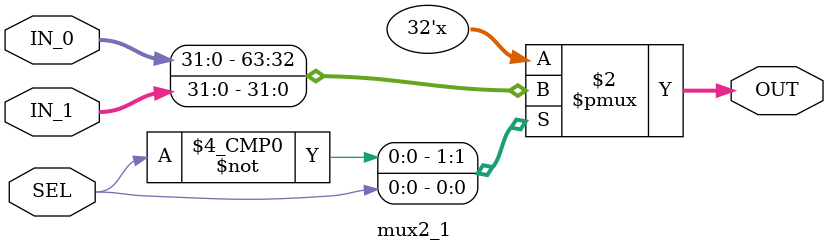
<source format=v>
`timescale 1ns / 1ps


// MUX 2to1
module mux2_1(IN_0, IN_1, SEL, OUT);

input SEL;
input [n-1:0] IN_0, IN_1;
output reg [n-1:0] OUT;

parameter n = 32;

    always@(IN_0, IN_1, SEL) 
      begin
        case(SEL)
        1'b0: OUT = IN_0;
        1'b1: OUT = IN_1;
        default : OUT = IN_0;
        endcase
      end  
  
  endmodule
 

</source>
